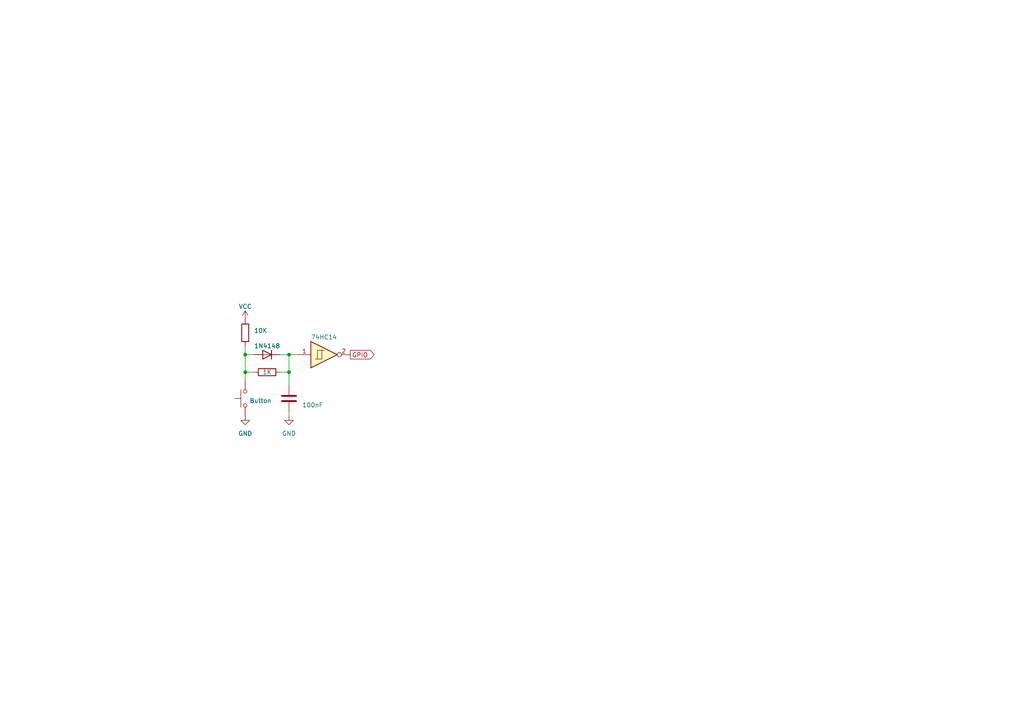
<source format=kicad_sch>
(kicad_sch (version 20211123) (generator eeschema)
  (paper "A4")
  (lib_symbols
    (symbol "74xx:74HC14" (pin_names (offset 1.016))
      (property "Reference" "U" (at 0 1.27 0))
      (property "Value" "74HC14" (at 0 -1.27 0))
      (symbol "74HC14_1_0"
        (polyline (pts (xy -3.81 3.81) (xy -3.81 -3.81) (xy 3.81 0) (xy -3.81 3.81)) (stroke (width 0.254)) (fill (type background)))
        (pin input line (at -7.62 0 0) (length 3.81) (name "~") (number "1"))
        (pin output inverted (at 7.62 0 180) (length 3.81) (name "~") (number "2"))
      )
      (symbol "74HC14_1_1"
        (polyline (pts (xy -1.905 -1.27) (xy -1.905 1.27) (xy -0.635 1.27)))
        (polyline (pts (xy -2.54 -1.27) (xy -0.635 -1.27) (xy -0.635 1.27) (xy 0 1.27)))
      )
      (symbol "74HC14_2_0"
        (polyline (pts (xy -3.81 3.81) (xy -3.81 -3.81) (xy 3.81 0) (xy -3.81 3.81)) (stroke (width 0.254)) (fill (type background)))
        (pin input line (at -7.62 0 0) (length 3.81) (name "~") (number "3"))
        (pin output inverted (at 7.62 0 180) (length 3.81) (name "~") (number "4"))
      )
      (symbol "74HC14_2_1"
        (polyline (pts (xy -1.905 -1.27) (xy -1.905 1.27) (xy -0.635 1.27)))
        (polyline (pts (xy -2.54 -1.27) (xy -0.635 -1.27) (xy -0.635 1.27) (xy 0 1.27)))
      )
      (symbol "74HC14_3_0"
        (polyline (pts (xy -3.81 3.81) (xy -3.81 -3.81) (xy 3.81 0) (xy -3.81 3.81)) (stroke (width 0.254)) (fill (type background)))
        (pin input line (at -7.62 0 0) (length 3.81) (name "~") (number "5"))
        (pin output inverted (at 7.62 0 180) (length 3.81) (name "~") (number "6"))
      )
      (symbol "74HC14_3_1"
        (polyline (pts (xy -1.905 -1.27) (xy -1.905 1.27) (xy -0.635 1.27)))
        (polyline (pts (xy -2.54 -1.27) (xy -0.635 -1.27) (xy -0.635 1.27) (xy 0 1.27)))
      )
      (symbol "74HC14_4_0"
        (polyline (pts (xy -3.81 3.81) (xy -3.81 -3.81) (xy 3.81 0) (xy -3.81 3.81)) (stroke (width 0.254)) (fill (type background)))
        (pin output inverted (at 7.62 0 180) (length 3.81) (name "~") (number "8"))
        (pin input line (at -7.62 0 0) (length 3.81) (name "~") (number "9"))
      )
      (symbol "74HC14_4_1"
        (polyline (pts (xy -1.905 -1.27) (xy -1.905 1.27) (xy -0.635 1.27)))
        (polyline (pts (xy -2.54 -1.27) (xy -0.635 -1.27) (xy -0.635 1.27) (xy 0 1.27)))
      )
      (symbol "74HC14_5_0"
        (polyline (pts (xy -3.81 3.81) (xy -3.81 -3.81) (xy 3.81 0) (xy -3.81 3.81)) (stroke (width 0.254)) (fill (type background)))
        (pin output inverted (at 7.62 0 180) (length 3.81) (name "~") (number "10"))
        (pin input line (at -7.62 0 0) (length 3.81) (name "~") (number "11"))
      )
      (symbol "74HC14_5_1"
        (polyline (pts (xy -1.905 -1.27) (xy -1.905 1.27) (xy -0.635 1.27)))
        (polyline (pts (xy -2.54 -1.27) (xy -0.635 -1.27) (xy -0.635 1.27) (xy 0 1.27)))
      )
      (symbol "74HC14_6_0"
        (polyline (pts (xy -3.81 3.81) (xy -3.81 -3.81) (xy 3.81 0) (xy -3.81 3.81)) (stroke (width 0.254)) (fill (type background)))
        (pin output inverted (at 7.62 0 180) (length 3.81) (name "~") (number "12"))
        (pin input line (at -7.62 0 0) (length 3.81) (name "~") (number "13"))
      )
      (symbol "74HC14_6_1"
        (polyline (pts (xy -1.905 -1.27) (xy -1.905 1.27) (xy -0.635 1.27)))
        (polyline (pts (xy -2.54 -1.27) (xy -0.635 -1.27) (xy -0.635 1.27) (xy 0 1.27)))
      )
      (symbol "74HC14_7_0"
        (pin power_in line (at 0 12.7 270) (length 5.08) (name "VCC") (number "14"))
        (pin power_in line (at 0 -12.7 90) (length 5.08) (name "GND") (number "7"))
      )
      (symbol "74HC14_7_1"
        (rectangle (start -5.08 7.62) (end 5.08 -7.62) (stroke (width 0.254)) (fill (type background)))
      )
    )
    (symbol "Device:C" (pin_numbers hide) (pin_names (offset 0.254))
      (property "Reference" "C" (at 0.635 2.54 0))
      (property "Value" "C" (at 0.635 -2.54 0))
      (symbol "C_0_1"
        (polyline (pts (xy -2.032 -0.762) (xy 2.032 -0.762)) (stroke (width 0.508)))
        (polyline (pts (xy -2.032 0.762) (xy 2.032 0.762)) (stroke (width 0.508)))
      )
      (symbol "C_1_1"
        (pin passive line (at 0 3.81 270) (length 2.794) (name "~") (number "1"))
        (pin passive line (at 0 -3.81 90) (length 2.794) (name "~") (number "2"))
      )
    )
    (symbol "Device:R" (pin_numbers hide) (pin_names (offset 0))
      (property "Reference" "R" (at 2.032 0 90))
      (property "Value" "R" (at 0 0 90))
      (symbol "R_0_1"
        (rectangle (start -1.016 -2.54) (end 1.016 2.54) (stroke (width 0.254)))
      )
      (symbol "R_1_1"
        (pin passive line (at 0 3.81 270) (length 1.27) (name "~") (number "1"))
        (pin passive line (at 0 -3.81 90) (length 1.27) (name "~") (number "2"))
      )
    )
    (symbol "Diode:1N4148" (pin_numbers hide) (pin_names (offset 1.016) hide)
      (property "Reference" "D" (at 0 2.54 0))
      (property "Value" "1N4148" (at 0 -2.54 0))
      (symbol "1N4148_0_1"
        (polyline (pts (xy -1.27 1.27) (xy -1.27 -1.27)) (stroke (width 0.254)))
        (polyline (pts (xy 1.27 0) (xy -1.27 0)))
        (polyline (pts (xy 1.27 1.27) (xy 1.27 -1.27) (xy -1.27 0) (xy 1.27 1.27)) (stroke (width 0.254)))
      )
      (symbol "1N4148_1_1"
        (pin passive line (at -3.81 0 0) (length 2.54) (name "K") (number "1"))
        (pin passive line (at 3.81 0 180) (length 2.54) (name "A") (number "2"))
      )
    )
    (symbol "Switch:SW_Push" (pin_numbers hide) (pin_names (offset 1.016) hide)
      (property "Reference" "SW" (at 1.27 2.54 0))
      (property "Value" "SW_Push" (at 0 -1.524 0))
      (symbol "SW_Push_0_1"
        (circle (center -2.032 0) (radius 0.508))
        (polyline (pts (xy 0 1.27) (xy 0 3.048)))
        (polyline (pts (xy 2.54 1.27) (xy -2.54 1.27)))
        (circle (center 2.032 0) (radius 0.508))
        (pin passive line (at -5.08 0 0) (length 2.54) (name "1") (number "1"))
        (pin passive line (at 5.08 0 180) (length 2.54) (name "2") (number "2"))
      )
    )
    (symbol "power:GND" (power) (pin_names (offset 0))
      (property "Value" "GND" (at 0 -3.81 0))
      (symbol "GND_0_1"
        (polyline (pts (xy 0 0) (xy 0 -1.27) (xy 1.27 -1.27) (xy 0 -2.54) (xy -1.27 -1.27) (xy 0 -1.27)))
      )
      (symbol "GND_1_1"
        (pin power_in line (at 0 0 270) (length 0) hide (name "GND") (number "1"))
      )
    )
    (symbol "power:VCC" (power) (pin_names (offset 0))
      (property "Value" "VCC" (at 0 3.81 0))
      (symbol "VCC_0_1"
        (polyline (pts (xy -0.762 1.27) (xy 0 2.54)))
        (polyline (pts (xy 0 0) (xy 0 2.54)))
        (polyline (pts (xy 0 2.54) (xy 0.762 1.27)))
      )
      (symbol "VCC_1_1"
        (pin power_in line (at 0 0 90) (length 0) hide (name "VCC") (number "1"))
      )
    )
  )
  (junction (at 71.12 102.87) (diameter 0.9144))
  (junction (at 83.82 102.87) (diameter 0.9144))
  (junction (at 83.82 107.95) (diameter 0.9144))
  (junction (at 71.12 107.95) (diameter 0.9144))
  (wire (pts (xy 71.12 107.95) (xy 71.12 110.49)))
  (wire (pts (xy 83.82 102.87) (xy 81.28 102.87)))
  (wire (pts (xy 83.82 107.95) (xy 83.82 102.87)))
  (wire (pts (xy 83.82 111.76) (xy 83.82 107.95)))
  (wire (pts (xy 83.82 102.87) (xy 86.36 102.87)))
  (wire (pts (xy 71.12 102.87) (xy 71.12 100.33)))
  (wire (pts (xy 73.66 102.87) (xy 71.12 102.87)))
  (wire (pts (xy 71.12 107.95) (xy 71.12 102.87)))
  (wire (pts (xy 73.66 107.95) (xy 71.12 107.95)))
  (wire (pts (xy 81.28 107.95) (xy 83.82 107.95)))
  (wire (pts (xy 83.82 119.38) (xy 83.82 120.65)))
  (global_label "GPIO" (shape output) (at 101.6 102.87 0) (property "Intersheet References" "${INTERSHEET_REFS}" (effects hide)))
  (symbol (lib_id "Diode:1N4148") (at 77.47 102.87 180) (unit 1)
    (property "Reference" "D?" (effects hide))
    (property "Value" "1N4148" (at 77.47 100.33 0))
    (property "Footprint" "Diode_THT:D_DO-35_SOD27_P7.62mm_Horizontal" (effects hide))
    (property "Datasheet" "https://assets.nexperia.com/documents/data-sheet/1N4148_1N4448.pdf" (effects hide))
  )
  (symbol (lib_id "power:GND") (at 71.12 120.65 0) (unit 1)
    (property "Reference" "#PWR?" (effects hide))
    (property "Value" "GND" (at 71.12 125.73 0))
  )
  (symbol (lib_id "power:GND") (at 83.82 120.65 0) (unit 1)
    (property "Reference" "#PWR?" (effects hide))
    (property "Value" "GND" (at 83.82 125.73 0))
  )
  (symbol (lib_id "Device:C") (at 83.82 115.57 0) (unit 1)
    (property "Reference" "C?" (effects hide))
    (property "Value" "100nF" (at 87.63 117.4749 0) (effects (justify left)))
  )
  (symbol (lib_id "74xx:74HC14") (at 93.98 102.87 0) (unit 1)
    (property "Reference" "U?" (effects hide))
    (property "Value" "74HC14" (at 93.98 97.79 0))
    (property "Datasheet" "http://www.ti.com/lit/gpn/sn74HC14" (effects hide))
  )
  (symbol (lib_id "Device:R") (at 77.47 107.95 90) (unit 1)
    (property "Reference" "R?" (effects hide))
    (property "Value" "1K" (at 77.47 107.95 90))
  )
  (symbol (lib_id "power:VCC") (at 71.12 92.71 0) (unit 1)
    (property "Reference" "#PWR?" (effects hide))
    (property "Value" "VCC" (at 71.12 88.9 0))
  )
  (symbol (lib_id "Switch:SW_Push") (at 71.12 115.57 90) (unit 1)
    (property "Reference" "SW?" (effects hide))
    (property "Value" "Button" (at 72.39 116.2049 90) (effects (justify right)))
  )
  (symbol (lib_id "Device:R") (at 71.12 96.52 0) (unit 1)
    (property "Reference" "R?" (effects hide))
    (property "Value" "10K" (at 73.66 95.8849 0) (effects (justify left)))
  )
)
</source>
